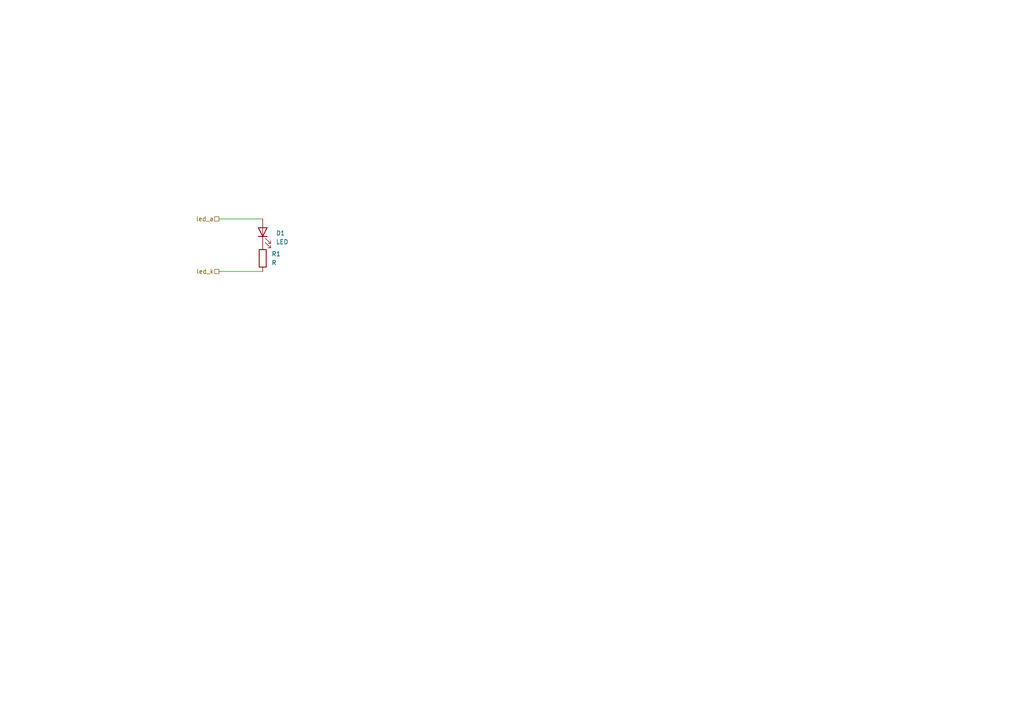
<source format=kicad_sch>
(kicad_sch
	(version 20250114)
	(generator "eeschema")
	(generator_version "9.0")
	(uuid "019ac394-bed5-4b56-97da-f8b2261ad947")
	(paper "A4")
	(lib_symbols
		(symbol "Device:LED"
			(pin_numbers
				(hide yes)
			)
			(pin_names
				(offset 1.016)
				(hide yes)
			)
			(exclude_from_sim no)
			(in_bom yes)
			(on_board yes)
			(property "Reference" "D"
				(at 0 2.54 0)
				(effects
					(font
						(size 1.27 1.27)
					)
				)
			)
			(property "Value" "LED"
				(at 0 -2.54 0)
				(effects
					(font
						(size 1.27 1.27)
					)
				)
			)
			(property "Footprint" ""
				(at 0 0 0)
				(effects
					(font
						(size 1.27 1.27)
					)
					(hide yes)
				)
			)
			(property "Datasheet" "~"
				(at 0 0 0)
				(effects
					(font
						(size 1.27 1.27)
					)
					(hide yes)
				)
			)
			(property "Description" "Light emitting diode"
				(at 0 0 0)
				(effects
					(font
						(size 1.27 1.27)
					)
					(hide yes)
				)
			)
			(property "Sim.Pins" "1=K 2=A"
				(at 0 0 0)
				(effects
					(font
						(size 1.27 1.27)
					)
					(hide yes)
				)
			)
			(property "ki_keywords" "LED diode"
				(at 0 0 0)
				(effects
					(font
						(size 1.27 1.27)
					)
					(hide yes)
				)
			)
			(property "ki_fp_filters" "LED* LED_SMD:* LED_THT:*"
				(at 0 0 0)
				(effects
					(font
						(size 1.27 1.27)
					)
					(hide yes)
				)
			)
			(symbol "LED_0_1"
				(polyline
					(pts
						(xy -3.048 -0.762) (xy -4.572 -2.286) (xy -3.81 -2.286) (xy -4.572 -2.286) (xy -4.572 -1.524)
					)
					(stroke
						(width 0)
						(type default)
					)
					(fill
						(type none)
					)
				)
				(polyline
					(pts
						(xy -1.778 -0.762) (xy -3.302 -2.286) (xy -2.54 -2.286) (xy -3.302 -2.286) (xy -3.302 -1.524)
					)
					(stroke
						(width 0)
						(type default)
					)
					(fill
						(type none)
					)
				)
				(polyline
					(pts
						(xy -1.27 0) (xy 1.27 0)
					)
					(stroke
						(width 0)
						(type default)
					)
					(fill
						(type none)
					)
				)
				(polyline
					(pts
						(xy -1.27 -1.27) (xy -1.27 1.27)
					)
					(stroke
						(width 0.254)
						(type default)
					)
					(fill
						(type none)
					)
				)
				(polyline
					(pts
						(xy 1.27 -1.27) (xy 1.27 1.27) (xy -1.27 0) (xy 1.27 -1.27)
					)
					(stroke
						(width 0.254)
						(type default)
					)
					(fill
						(type none)
					)
				)
			)
			(symbol "LED_1_1"
				(pin passive line
					(at -3.81 0 0)
					(length 2.54)
					(name "K"
						(effects
							(font
								(size 1.27 1.27)
							)
						)
					)
					(number "1"
						(effects
							(font
								(size 1.27 1.27)
							)
						)
					)
				)
				(pin passive line
					(at 3.81 0 180)
					(length 2.54)
					(name "A"
						(effects
							(font
								(size 1.27 1.27)
							)
						)
					)
					(number "2"
						(effects
							(font
								(size 1.27 1.27)
							)
						)
					)
				)
			)
			(embedded_fonts no)
		)
		(symbol "Device:R"
			(pin_numbers
				(hide yes)
			)
			(pin_names
				(offset 0)
			)
			(exclude_from_sim no)
			(in_bom yes)
			(on_board yes)
			(property "Reference" "R"
				(at 2.032 0 90)
				(effects
					(font
						(size 1.27 1.27)
					)
				)
			)
			(property "Value" "R"
				(at 0 0 90)
				(effects
					(font
						(size 1.27 1.27)
					)
				)
			)
			(property "Footprint" ""
				(at -1.778 0 90)
				(effects
					(font
						(size 1.27 1.27)
					)
					(hide yes)
				)
			)
			(property "Datasheet" "~"
				(at 0 0 0)
				(effects
					(font
						(size 1.27 1.27)
					)
					(hide yes)
				)
			)
			(property "Description" "Resistor"
				(at 0 0 0)
				(effects
					(font
						(size 1.27 1.27)
					)
					(hide yes)
				)
			)
			(property "ki_keywords" "R res resistor"
				(at 0 0 0)
				(effects
					(font
						(size 1.27 1.27)
					)
					(hide yes)
				)
			)
			(property "ki_fp_filters" "R_*"
				(at 0 0 0)
				(effects
					(font
						(size 1.27 1.27)
					)
					(hide yes)
				)
			)
			(symbol "R_0_1"
				(rectangle
					(start -1.016 -2.54)
					(end 1.016 2.54)
					(stroke
						(width 0.254)
						(type default)
					)
					(fill
						(type none)
					)
				)
			)
			(symbol "R_1_1"
				(pin passive line
					(at 0 3.81 270)
					(length 1.27)
					(name "~"
						(effects
							(font
								(size 1.27 1.27)
							)
						)
					)
					(number "1"
						(effects
							(font
								(size 1.27 1.27)
							)
						)
					)
				)
				(pin passive line
					(at 0 -3.81 90)
					(length 1.27)
					(name "~"
						(effects
							(font
								(size 1.27 1.27)
							)
						)
					)
					(number "2"
						(effects
							(font
								(size 1.27 1.27)
							)
						)
					)
				)
			)
			(embedded_fonts no)
		)
	)
	(wire
		(pts
			(xy 63.5 63.5) (xy 76.2 63.5)
		)
		(stroke
			(width 0)
			(type default)
		)
		(uuid "1a7d9bc9-40dc-4070-8bd1-68e1aa7c304b")
	)
	(wire
		(pts
			(xy 63.5 78.74) (xy 76.2 78.74)
		)
		(stroke
			(width 0)
			(type default)
		)
		(uuid "6edfbc37-ca9a-4451-be3d-f1268d3951fd")
	)
	(hierarchical_label "led_a"
		(shape passive)
		(at 63.5 63.5 180)
		(effects
			(font
				(size 1.27 1.27)
			)
			(justify right)
		)
		(uuid "9d7a4b0f-ffcb-4e18-a1d1-b2ae6faefd04")
	)
	(hierarchical_label "led_k"
		(shape passive)
		(at 63.5 78.74 180)
		(effects
			(font
				(size 1.27 1.27)
			)
			(justify right)
		)
		(uuid "b76cd76a-8f8d-49ef-a6e1-80f7bea41c4d")
	)
	(symbol
		(lib_id "Device:LED")
		(at 76.2 67.31 90)
		(unit 1)
		(exclude_from_sim no)
		(in_bom yes)
		(on_board yes)
		(dnp no)
		(fields_autoplaced yes)
		(uuid "039a6107-d79e-46f5-a39c-c2f2b73f6735")
		(property "Reference" "D1"
			(at 80.01 67.6275 90)
			(effects
				(font
					(size 1.27 1.27)
				)
				(justify right)
			)
		)
		(property "Value" "LED"
			(at 80.01 70.1675 90)
			(effects
				(font
					(size 1.27 1.27)
				)
				(justify right)
			)
		)
		(property "Footprint" ""
			(at 76.2 67.31 0)
			(effects
				(font
					(size 1.27 1.27)
				)
				(hide yes)
			)
		)
		(property "Datasheet" "~"
			(at 76.2 67.31 0)
			(effects
				(font
					(size 1.27 1.27)
				)
				(hide yes)
			)
		)
		(property "Description" "Light emitting diode"
			(at 76.2 67.31 0)
			(effects
				(font
					(size 1.27 1.27)
				)
				(hide yes)
			)
		)
		(property "Sim.Pins" "1=K 2=A"
			(at 76.2 67.31 0)
			(effects
				(font
					(size 1.27 1.27)
				)
				(hide yes)
			)
		)
		(pin "1"
			(uuid "b8ca2f30-42ca-4d8e-b165-76f4369421f9")
		)
		(pin "2"
			(uuid "c4e6aeaf-7d2f-4ce4-a049-bb40f9cddc7c")
		)
		(instances
			(project ""
				(path "/dd007cee-fe72-44bf-b7dc-9516bf68dc82/96239df8-fc87-4c4f-984a-99e11995fa5f/f4fdb41a-4d62-47be-8974-9d773c029449"
					(reference "D1")
					(unit 1)
				)
			)
		)
	)
	(symbol
		(lib_id "Device:R")
		(at 76.2 74.93 0)
		(unit 1)
		(exclude_from_sim no)
		(in_bom yes)
		(on_board yes)
		(dnp no)
		(fields_autoplaced yes)
		(uuid "504c7e0c-79e4-408d-877a-41d1c7a3dd81")
		(property "Reference" "R1"
			(at 78.74 73.66 0)
			(effects
				(font
					(size 1.27 1.27)
				)
				(justify left)
			)
		)
		(property "Value" "R"
			(at 78.74 76.2 0)
			(effects
				(font
					(size 1.27 1.27)
				)
				(justify left)
			)
		)
		(property "Footprint" ""
			(at 74.422 74.93 90)
			(effects
				(font
					(size 1.27 1.27)
				)
				(hide yes)
			)
		)
		(property "Datasheet" "~"
			(at 76.2 74.93 0)
			(effects
				(font
					(size 1.27 1.27)
				)
				(hide yes)
			)
		)
		(property "Description" "Resistor"
			(at 76.2 74.93 0)
			(effects
				(font
					(size 1.27 1.27)
				)
				(hide yes)
			)
		)
		(pin "1"
			(uuid "679938de-9220-4680-bcdd-f651ebd4ec4c")
		)
		(pin "2"
			(uuid "08c1970e-2828-4da0-b35f-d01bdd40afbb")
		)
		(instances
			(project ""
				(path "/dd007cee-fe72-44bf-b7dc-9516bf68dc82/96239df8-fc87-4c4f-984a-99e11995fa5f/f4fdb41a-4d62-47be-8974-9d773c029449"
					(reference "R1")
					(unit 1)
				)
			)
		)
	)
)

</source>
